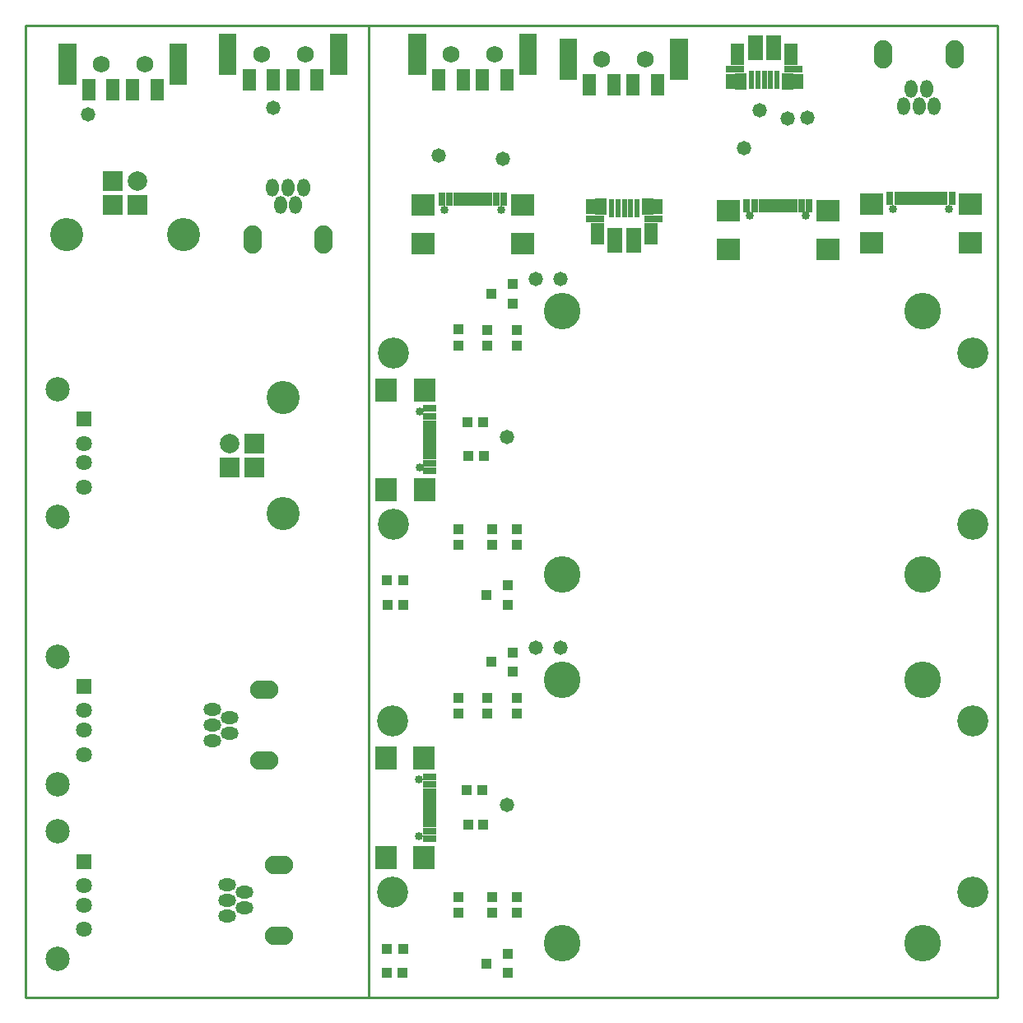
<source format=gts>
G04*
G04 #@! TF.GenerationSoftware,Altium Limited,CircuitStudio,1.5.2 (1.5.2.30)*
G04*
G04 Layer_Color=20142*
%FSLAX25Y25*%
%MOIN*%
G70*
G01*
G75*
%ADD27C,0.01000*%
%ADD32C,0.00000*%
%ADD58R,0.07480X0.03150*%
%ADD59R,0.05512X0.01378*%
%ADD60R,0.05524X0.08674*%
%ADD61R,0.03162X0.05328*%
%ADD62R,0.01981X0.05328*%
%ADD63R,0.09383X0.08674*%
%ADD64R,0.03937X0.05906*%
%ADD65R,0.01969X0.07284*%
%ADD66R,0.05906X0.10236*%
%ADD67R,0.04343X0.04343*%
%ADD68R,0.03950X0.03950*%
%ADD69R,0.04343X0.04343*%
%ADD70R,0.03950X0.03950*%
%ADD71R,0.04343X0.03950*%
%ADD72R,0.05328X0.03162*%
%ADD73R,0.05328X0.01981*%
%ADD74R,0.08674X0.09383*%
%ADD75C,0.06902*%
%ADD76O,0.07493X0.11430*%
%ADD77O,0.05131X0.07296*%
%ADD78C,0.03359*%
%ADD79R,0.05118X0.06693*%
%ADD80R,0.05512X0.07480*%
%ADD81C,0.14816*%
%ADD82C,0.12611*%
%ADD83C,0.09855*%
%ADD84C,0.06422*%
%ADD85R,0.06422X0.06422*%
%ADD86O,0.11430X0.07493*%
%ADD87O,0.07296X0.05131*%
%ADD88R,0.07887X0.07887*%
%ADD89C,0.07887*%
%ADD90C,0.13398*%
%ADD91R,0.07887X0.07887*%
%ADD92C,0.05800*%
G36*
X323224Y471654D02*
X316142D01*
Y488191D01*
X323224D01*
Y471654D01*
D02*
G37*
G36*
X368150D02*
X361024D01*
Y488202D01*
X368150D01*
Y471654D01*
D02*
G37*
G36*
X120468Y469685D02*
X113386D01*
Y486222D01*
X120468D01*
Y469685D01*
D02*
G37*
G36*
X165394D02*
X158268D01*
Y486233D01*
X165394D01*
Y469685D01*
D02*
G37*
G36*
X262201Y473622D02*
X255118D01*
Y490159D01*
X262201D01*
Y473622D01*
D02*
G37*
G36*
X307127D02*
X300000D01*
Y490170D01*
X307127D01*
Y473622D01*
D02*
G37*
G36*
X185429D02*
X178347D01*
Y490159D01*
X185429D01*
Y473622D01*
D02*
G37*
G36*
X230355D02*
X223228D01*
Y490170D01*
X230355D01*
Y473622D01*
D02*
G37*
D27*
X100000Y100000D02*
X493701D01*
Y493701D01*
X100000D02*
X493701D01*
X100000Y100000D02*
Y493701D01*
X238976Y100000D02*
Y493701D01*
D32*
X161811Y473032D02*
G03*
X163779Y475000I0J1969D01*
G01*
X159843D02*
G03*
X161811Y473032I1969J0D01*
G01*
Y482874D02*
G03*
X159843Y480905I0J-1969D01*
G01*
X163779D02*
G03*
X161811Y482874I-1969J0D01*
G01*
X116929Y473032D02*
G03*
X118898Y475000I0J1969D01*
G01*
X114961D02*
G03*
X116929Y473032I1969J0D01*
G01*
Y482874D02*
G03*
X114961Y480905I0J-1969D01*
G01*
X118898D02*
G03*
X116929Y482874I-1969J0D01*
G01*
X321654D02*
G03*
X319685Y484842I-1969J0D01*
G01*
D02*
G03*
X317717Y482874I0J-1969D01*
G01*
Y476968D02*
G03*
X319685Y475000I1969J0D01*
G01*
D02*
G03*
X321654Y476968I0J1969D01*
G01*
X366535Y482874D02*
G03*
X364567Y484842I-1969J0D01*
G01*
D02*
G03*
X362598Y482874I0J-1969D01*
G01*
Y476968D02*
G03*
X364567Y475000I1969J0D01*
G01*
D02*
G03*
X366535Y476968I0J1969D01*
G01*
X226772D02*
G03*
X228740Y478937I0J1969D01*
G01*
X224803D02*
G03*
X226772Y476968I1969J0D01*
G01*
Y486811D02*
G03*
X224803Y484842I0J-1969D01*
G01*
X228740D02*
G03*
X226772Y486811I-1969J0D01*
G01*
X181890Y476968D02*
G03*
X183858Y478937I0J1969D01*
G01*
X179921D02*
G03*
X181890Y476968I1969J0D01*
G01*
Y486811D02*
G03*
X179921Y484842I0J-1969D01*
G01*
X183858D02*
G03*
X181890Y486811I-1969J0D01*
G01*
X260630Y484842D02*
G03*
X258661Y486811I-1969J0D01*
G01*
D02*
G03*
X256693Y484842I0J-1969D01*
G01*
Y478937D02*
G03*
X258661Y476968I1969J0D01*
G01*
D02*
G03*
X260630Y478937I0J1969D01*
G01*
X305512Y484842D02*
G03*
X303543Y486811I-1969J0D01*
G01*
D02*
G03*
X301575Y484842I0J-1969D01*
G01*
Y478937D02*
G03*
X303543Y476968I1969J0D01*
G01*
D02*
G03*
X305512Y478937I0J1969D01*
G01*
X159843Y475000D02*
Y480905D01*
X163779Y475000D02*
Y480905D01*
X114961Y475000D02*
Y480905D01*
X118898Y475000D02*
Y480905D01*
X321654Y476968D02*
Y482874D01*
X317717Y476968D02*
Y482874D01*
X366535Y476968D02*
Y482874D01*
X362598Y476968D02*
Y482874D01*
X224803Y478937D02*
Y484842D01*
X228740Y478937D02*
Y484842D01*
X179921Y478937D02*
Y484842D01*
X183858Y478937D02*
Y484842D01*
X260630Y478937D02*
Y484842D01*
X256693Y478937D02*
Y484842D01*
X305512Y478937D02*
Y484842D01*
X301575Y478937D02*
Y484842D01*
D58*
X387402Y476083D02*
D03*
X411024D02*
D03*
X354331Y415256D02*
D03*
X330709D02*
D03*
D59*
X410039Y478346D02*
D03*
X388386D02*
D03*
X331693Y412992D02*
D03*
X353346D02*
D03*
D60*
X125591Y467717D02*
D03*
X135433D02*
D03*
X143307D02*
D03*
X153150D02*
D03*
X355906Y469685D02*
D03*
X346063D02*
D03*
X338189D02*
D03*
X328346D02*
D03*
X190551Y471654D02*
D03*
X200394D02*
D03*
X208268D02*
D03*
X218110D02*
D03*
X294882D02*
D03*
X285039D02*
D03*
X277165D02*
D03*
X267323D02*
D03*
D61*
X450000Y423524D02*
D03*
X453150D02*
D03*
X472047D02*
D03*
X475197D02*
D03*
X392126Y420768D02*
D03*
X395276D02*
D03*
X414173D02*
D03*
X417323D02*
D03*
X268504Y423130D02*
D03*
X271654D02*
D03*
X290551D02*
D03*
X293701D02*
D03*
D62*
X455709Y423524D02*
D03*
X469488D02*
D03*
X457677D02*
D03*
X467520D02*
D03*
X459646D02*
D03*
X465551D02*
D03*
X461614D02*
D03*
X463583D02*
D03*
X397835Y420768D02*
D03*
X411614D02*
D03*
X399803D02*
D03*
X409646D02*
D03*
X401772D02*
D03*
X407677D02*
D03*
X403740D02*
D03*
X405709D02*
D03*
X274213Y423130D02*
D03*
X287992D02*
D03*
X276181D02*
D03*
X286024D02*
D03*
X278150D02*
D03*
X284055D02*
D03*
X280118D02*
D03*
X282087D02*
D03*
D63*
X442480Y421260D02*
D03*
X482717D02*
D03*
X442480Y405787D02*
D03*
X482717D02*
D03*
X384606Y418504D02*
D03*
X424843D02*
D03*
X384606Y403031D02*
D03*
X424843D02*
D03*
X260984Y420866D02*
D03*
X301220D02*
D03*
X260984Y405394D02*
D03*
X301220D02*
D03*
D64*
X412894Y470965D02*
D03*
X385630D02*
D03*
X328839Y420374D02*
D03*
X356102D02*
D03*
D65*
X404331Y471654D02*
D03*
X401772D02*
D03*
X399213D02*
D03*
X396654D02*
D03*
X394094D02*
D03*
X337402Y419685D02*
D03*
X339961D02*
D03*
X342520D02*
D03*
X345079D02*
D03*
X347638D02*
D03*
D66*
X395472Y484744D02*
D03*
X402953D02*
D03*
X346260Y406595D02*
D03*
X338779D02*
D03*
D67*
X246457Y109847D02*
D03*
X252756D02*
D03*
X279134Y170083D02*
D03*
X285433D02*
D03*
X278740Y183862D02*
D03*
X285039D02*
D03*
X278838Y332977D02*
D03*
X285138D02*
D03*
X279232Y319197D02*
D03*
X285532D02*
D03*
X246555Y258961D02*
D03*
X252854D02*
D03*
D68*
X252854Y119685D02*
D03*
X246358D02*
D03*
X252953Y268799D02*
D03*
X246457D02*
D03*
D69*
X287012Y221260D02*
D03*
Y214961D02*
D03*
X298823Y221260D02*
D03*
Y214961D02*
D03*
X288972Y134252D02*
D03*
Y140551D02*
D03*
X298815Y134252D02*
D03*
Y140551D02*
D03*
X289071Y283366D02*
D03*
Y289666D02*
D03*
X298913Y283366D02*
D03*
Y289666D02*
D03*
X287110Y370374D02*
D03*
Y364075D02*
D03*
X298921Y370374D02*
D03*
Y364075D02*
D03*
D70*
X275295Y221358D02*
D03*
Y214862D02*
D03*
X275197Y134153D02*
D03*
Y140650D02*
D03*
X275295Y283268D02*
D03*
Y289764D02*
D03*
X275394Y370472D02*
D03*
Y363976D02*
D03*
D71*
X288583Y235827D02*
D03*
X297244Y239764D02*
D03*
Y231890D02*
D03*
X286614Y113779D02*
D03*
X295276Y117717D02*
D03*
Y109843D02*
D03*
X286713Y262894D02*
D03*
X295374Y266831D02*
D03*
Y258957D02*
D03*
X288681Y384941D02*
D03*
X297342Y388878D02*
D03*
Y381004D02*
D03*
D72*
X263681Y189370D02*
D03*
Y186221D02*
D03*
Y167323D02*
D03*
Y164173D02*
D03*
X263779Y338484D02*
D03*
Y335335D02*
D03*
Y316437D02*
D03*
Y313287D02*
D03*
D73*
X263681Y183661D02*
D03*
Y169882D02*
D03*
Y181693D02*
D03*
Y171850D02*
D03*
Y179724D02*
D03*
Y173819D02*
D03*
Y177756D02*
D03*
Y175787D02*
D03*
X263779Y332776D02*
D03*
Y318996D02*
D03*
Y330807D02*
D03*
Y320965D02*
D03*
Y328839D02*
D03*
Y322933D02*
D03*
Y326870D02*
D03*
Y324902D02*
D03*
D74*
X261417Y196890D02*
D03*
Y156653D02*
D03*
X245945Y196890D02*
D03*
Y156653D02*
D03*
X261516Y346004D02*
D03*
Y305768D02*
D03*
X246043Y346004D02*
D03*
Y305768D02*
D03*
D75*
X148228Y477953D02*
D03*
X130512D02*
D03*
X333268Y479921D02*
D03*
X350984D02*
D03*
X213189Y481890D02*
D03*
X195472D02*
D03*
X272244D02*
D03*
X289961D02*
D03*
D76*
X447441Y482087D02*
D03*
X476181D02*
D03*
X220669Y406890D02*
D03*
X191929D02*
D03*
D77*
X455512Y461024D02*
D03*
X461811D02*
D03*
X468110D02*
D03*
X458661Y468110D02*
D03*
X464961D02*
D03*
X212598Y427953D02*
D03*
X206299D02*
D03*
X200000D02*
D03*
X209449Y420866D02*
D03*
X203150D02*
D03*
D78*
X451221Y419291D02*
D03*
X473976D02*
D03*
X393347Y416535D02*
D03*
X416102D02*
D03*
X259449Y188150D02*
D03*
Y165394D02*
D03*
X269724Y418898D02*
D03*
X292480D02*
D03*
X259547Y337264D02*
D03*
Y314508D02*
D03*
D79*
X389665Y470965D02*
D03*
X408760D02*
D03*
X352067Y420374D02*
D03*
X332972D02*
D03*
D80*
X410039Y482776D02*
D03*
X388386D02*
D03*
X331693Y408563D02*
D03*
X353346D02*
D03*
D81*
X317323Y122047D02*
D03*
X463189D02*
D03*
Y228740D02*
D03*
X317323D02*
D03*
X317421Y271161D02*
D03*
X463287D02*
D03*
Y377854D02*
D03*
X317421D02*
D03*
D82*
X483661Y211811D02*
D03*
Y142559D02*
D03*
X248780D02*
D03*
Y211811D02*
D03*
X483760Y360925D02*
D03*
Y291673D02*
D03*
X248878D02*
D03*
Y360925D02*
D03*
D83*
X112992Y115472D02*
D03*
Y167205D02*
D03*
Y294606D02*
D03*
Y346339D02*
D03*
Y186339D02*
D03*
Y238071D02*
D03*
D84*
X123661Y127559D02*
D03*
Y137402D02*
D03*
Y145276D02*
D03*
Y306693D02*
D03*
Y316535D02*
D03*
Y324410D02*
D03*
Y198425D02*
D03*
Y208268D02*
D03*
Y216142D02*
D03*
D85*
Y155118D02*
D03*
Y334252D02*
D03*
Y225984D02*
D03*
D86*
X202559Y153740D02*
D03*
Y125000D02*
D03*
X196653Y224606D02*
D03*
Y195866D02*
D03*
D87*
X181496Y145669D02*
D03*
Y139370D02*
D03*
Y133071D02*
D03*
X188583Y142520D02*
D03*
Y136221D02*
D03*
X175591Y216535D02*
D03*
Y210236D02*
D03*
Y203937D02*
D03*
X182677Y213386D02*
D03*
Y207087D02*
D03*
D88*
X192520Y324410D02*
D03*
Y314567D02*
D03*
X182677D02*
D03*
D89*
Y324410D02*
D03*
X145276Y430709D02*
D03*
D90*
X204331Y343110D02*
D03*
Y295866D02*
D03*
X163976Y409055D02*
D03*
X116732D02*
D03*
D91*
X145276Y420866D02*
D03*
X135433D02*
D03*
Y430709D02*
D03*
D92*
X267323Y440945D02*
D03*
X293307Y439764D02*
D03*
X416535Y456299D02*
D03*
X390945Y444095D02*
D03*
X397244Y459449D02*
D03*
X408661Y455905D02*
D03*
X294882Y177953D02*
D03*
X316535Y241732D02*
D03*
X306693D02*
D03*
X200394Y460236D02*
D03*
X125197Y457480D02*
D03*
X306791Y390846D02*
D03*
X316634D02*
D03*
X294980Y327067D02*
D03*
M02*

</source>
